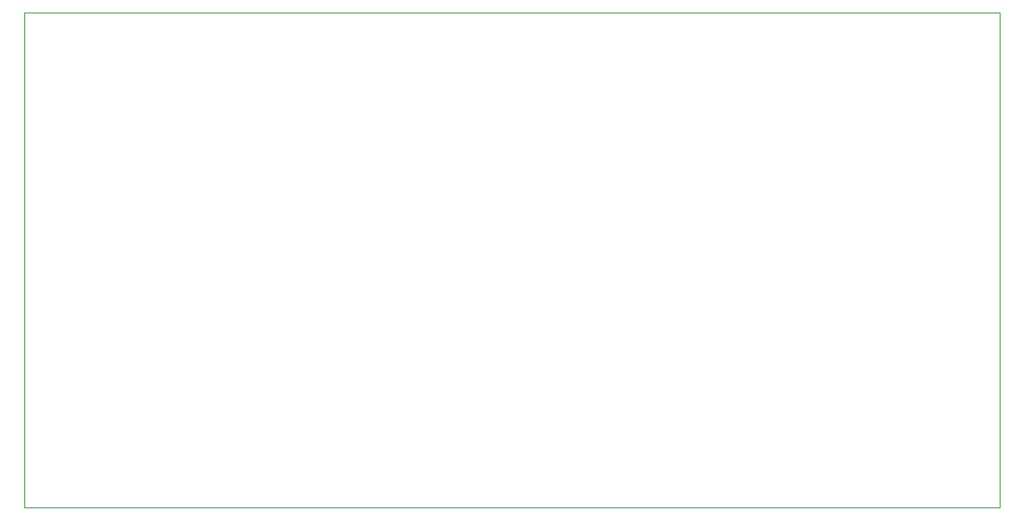
<source format=gbr>
%TF.GenerationSoftware,KiCad,Pcbnew,9.0.4*%
%TF.CreationDate,2025-11-25T13:51:46-06:00*%
%TF.ProjectId,LV Sensor,4c562053-656e-4736-9f72-2e6b69636164,rev?*%
%TF.SameCoordinates,Original*%
%TF.FileFunction,Profile,NP*%
%FSLAX46Y46*%
G04 Gerber Fmt 4.6, Leading zero omitted, Abs format (unit mm)*
G04 Created by KiCad (PCBNEW 9.0.4) date 2025-11-25 13:51:46*
%MOMM*%
%LPD*%
G01*
G04 APERTURE LIST*
%TA.AperFunction,Profile*%
%ADD10C,0.050000*%
%TD*%
G04 APERTURE END LIST*
D10*
X130000000Y-49750000D02*
X228500000Y-49750000D01*
X228500000Y-99750000D01*
X130000000Y-99750000D01*
X130000000Y-49750000D01*
M02*

</source>
